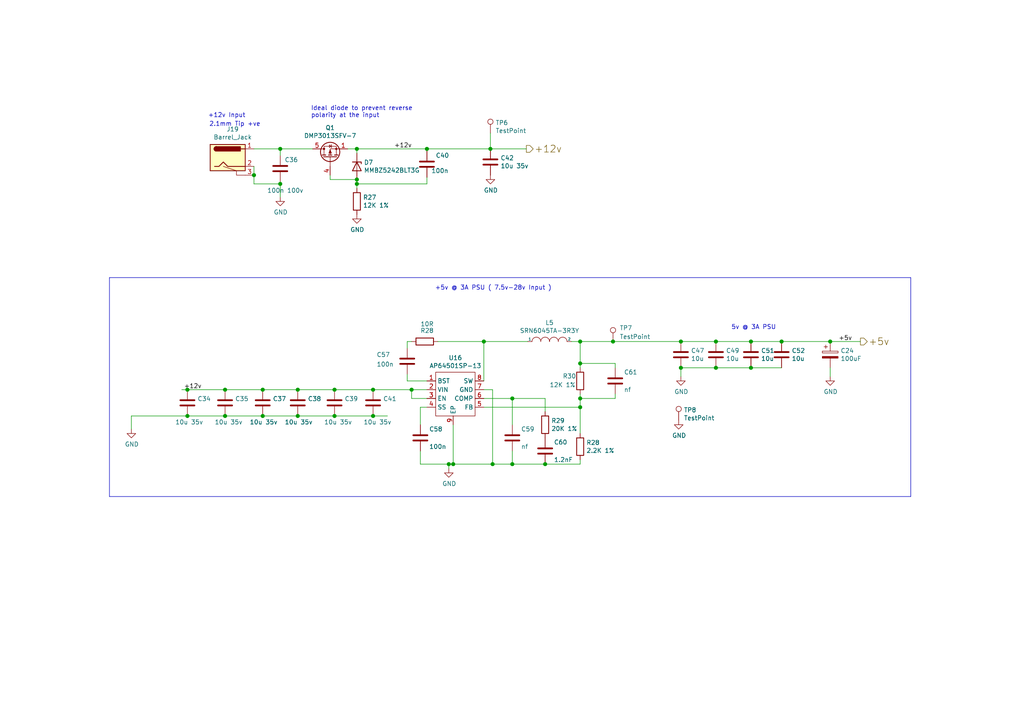
<source format=kicad_sch>
(kicad_sch (version 20250114) (generator "eeschema") (generator_version "9.0")
  (paper "A4")
  (lib_symbols
    (symbol "CM4IO:AP64351"
      (property "Reference" "U" (at 0 8.89 0))
      (property "Value" "AP64351" (at 1.27 6.35 0))
      (symbol "AP64351_0_1"
        (rectangle (start -5.08 5.08) (end 6.35 -7.62))
      )
      (symbol "AP64351_1_1"
        (pin passive line (at -7.62 2.54 0) (length 2.54) (name "BST") (number "1"))
        (pin power_in line (at -7.62 0 0) (length 2.54) (name "VIN") (number "2"))
        (pin input line (at -7.62 -2.54 0) (length 2.54) (name "EN") (number "3"))
        (pin input line (at -7.62 -5.08 0) (length 2.54) (name "SS") (number "4"))
        (pin passive line (at 0 -10.16 90) (length 2.54) (name "EP") (number "9"))
        (pin output line (at 8.89 2.54 180) (length 2.54) (name "SW") (number "8"))
        (pin power_in line (at 8.89 0 180) (length 2.54) (name "GND") (number "7"))
        (pin input line (at 8.89 -2.54 180) (length 2.54) (name "COMP") (number "6"))
        (pin input line (at 8.89 -5.08 180) (length 2.54) (name "FB") (number "5"))
      )
    )
    (symbol "CM4IO:Barrel_Jack"
      (property "Reference" "J" (at 0 5.334 0))
      (property "Value" "Barrel_Jack" (at 0 -5.08 0))
      (symbol "Barrel_Jack_0_1"
        (rectangle (start -5.08 3.81) (end 5.08 -3.81) (stroke (width 0.254)) (fill (type background)))
        (polyline (pts (xy -3.81 -2.54) (xy -2.54 -2.54) (xy -1.27 -1.27) (xy 0 -2.54) (xy 2.54 -2.54) (xy 5.08 -2.54)) (stroke (width 0.254)))
        (arc (start -3.302 1.905) (mid -3.937 2.54) (end -3.302 3.175) (stroke (width 0.254)))
        (arc (start -3.302 1.905) (mid -3.937 2.54) (end -3.302 3.175) (stroke (width 0.254)) (fill (type outline)))
        (rectangle (start 3.683 3.175) (end -3.302 1.905) (stroke (width 0.254)) (fill (type outline)))
        (polyline (pts (xy 5.08 2.54) (xy 3.81 2.54)) (stroke (width 0.254)))
        (polyline (pts (xy 5.08 -5.08) (xy 2.54 -5.08) (xy 2.54 -3.81) (xy -1.27 -2.54)))
      )
      (symbol "Barrel_Jack_1_1"
        (pin passive line (at 7.62 2.54 180) (length 2.54) (name "~") (number "1"))
        (pin passive line (at 7.62 -2.54 180) (length 2.54) (name "~") (number "2"))
        (pin passive line (at 7.62 -5.08 180) (length 2.54) (name "~") (number "3"))
      )
    )
    (symbol "Connector:TestPoint" (pin_numbers (hide yes)) (pin_names (offset 0.762) (hide yes))
      (property "Reference" "TP" (at 0 6.858 0))
      (property "Value" "TestPoint" (at 0 5.08 0))
      (symbol "TestPoint_0_1"
        (circle (center 0 3.302) (radius 0.762))
      )
      (symbol "TestPoint_1_1"
        (pin passive line (at 0 0 90) (length 2.54) (name "1") (number "1"))
      )
    )
    (symbol "Device:C" (pin_numbers (hide yes)) (pin_names (offset 0.254))
      (property "Reference" "C" (at 0.635 2.54 0))
      (property "Value" "C" (at 0.635 -2.54 0))
      (symbol "C_0_1"
        (polyline (pts (xy -2.032 0.762) (xy 2.032 0.762)) (stroke (width 0.508)))
        (polyline (pts (xy -2.032 -0.762) (xy 2.032 -0.762)) (stroke (width 0.508)))
      )
      (symbol "C_1_1"
        (pin passive line (at 0 3.81 270) (length 2.794) (name "~") (number "1"))
        (pin passive line (at 0 -3.81 90) (length 2.794) (name "~") (number "2"))
      )
    )
    (symbol "Device:CP" (pin_numbers (hide yes)) (pin_names (offset 0.254))
      (property "Reference" "C" (at 0.635 2.54 0))
      (property "Value" "CP" (at 0.635 -2.54 0))
      (symbol "CP_0_1"
        (rectangle (start -2.286 0.508) (end 2.286 1.016))
        (polyline (pts (xy -1.778 2.286) (xy -0.762 2.286)))
        (polyline (pts (xy -1.27 2.794) (xy -1.27 1.778)))
        (rectangle (start 2.286 -0.508) (end -2.286 -1.016) (fill (type outline)))
      )
      (symbol "CP_1_1"
        (pin passive line (at 0 3.81 270) (length 2.794) (name "~") (number "1"))
        (pin passive line (at 0 -3.81 90) (length 2.794) (name "~") (number "2"))
      )
    )
    (symbol "Device:R" (pin_numbers (hide yes)) (pin_names (offset 0))
      (property "Reference" "R" (at 2.032 0 90))
      (property "Value" "R" (at 0 0 90))
      (symbol "R_0_1"
        (rectangle (start -1.016 -2.54) (end 1.016 2.54) (stroke (width 0.254)))
      )
      (symbol "R_1_1"
        (pin passive line (at 0 3.81 270) (length 1.27) (name "~") (number "1"))
        (pin passive line (at 0 -3.81 90) (length 1.27) (name "~") (number "2"))
      )
    )
    (symbol "Diode:BZX84Cxx" (pin_numbers (hide yes)) (pin_names (hide yes))
      (property "Reference" "D" (at 0 2.54 0))
      (property "Value" "BZX84Cxx" (at 0 -2.54 0))
      (symbol "BZX84Cxx_0_1"
        (polyline (pts (xy -1.27 -1.27) (xy -1.27 1.27) (xy -0.762 1.27)) (stroke (width 0.254)))
        (polyline (pts (xy 1.27 0) (xy -1.27 0)))
        (polyline (pts (xy 1.27 -1.27) (xy 1.27 1.27) (xy -1.27 0) (xy 1.27 -1.27)) (stroke (width 0.254)))
      )
      (symbol "BZX84Cxx_1_1"
        (pin passive line (at -3.81 0 0) (length 2.54) (name "K") (number "1"))
        (pin passive line (at 3.81 0 180) (length 2.54) (name "A") (number "2"))
      )
    )
    (symbol "Transistor_FET:DMP3013SFV" (pin_names (hide yes))
      (property "Reference" "Q" (at 5.08 1.905 0))
      (property "Value" "DMP3013SFV" (at 5.08 0 0))
      (symbol "DMP3013SFV_0_1"
        (polyline (pts (xy 0.254 1.905) (xy 0.254 -1.905)) (stroke (width 0.254)))
        (polyline (pts (xy 0.254 0) (xy -2.54 0)))
        (polyline (pts (xy 0.762 2.286) (xy 0.762 1.27)) (stroke (width 0.254)))
        (polyline (pts (xy 0.762 1.778) (xy 3.302 1.778) (xy 3.302 -1.778) (xy 0.762 -1.778)))
        (polyline (pts (xy 0.762 0.508) (xy 0.762 -0.508)) (stroke (width 0.254)))
        (polyline (pts (xy 0.762 -1.27) (xy 0.762 -2.286)) (stroke (width 0.254)))
        (circle (center 1.651 0) (radius 2.794) (stroke (width 0.254)))
        (polyline (pts (xy 2.286 0) (xy 1.27 0.381) (xy 1.27 -0.381) (xy 2.286 0)) (fill (type outline)))
        (polyline (pts (xy 2.54 2.54) (xy 2.54 1.778)))
        (circle (center 2.54 1.778) (radius 0.254) (fill (type outline)))
        (circle (center 2.54 -1.778) (radius 0.254) (fill (type outline)))
        (polyline (pts (xy 2.54 -2.54) (xy 2.54 0) (xy 0.762 0)))
        (polyline (pts (xy 2.794 -0.508) (xy 2.921 -0.381) (xy 3.683 -0.381) (xy 3.81 -0.254)))
        (polyline (pts (xy 3.302 -0.381) (xy 2.921 0.254) (xy 3.683 0.254) (xy 3.302 -0.381)))
      )
      (symbol "DMP3013SFV_1_1"
        (pin passive line (at -5.08 0 0) (length 2.54) (name "G") (number "4"))
        (pin passive line (at 2.54 5.08 270) (length 2.54) (name "D") (number "5"))
        (pin passive line (at 2.54 -5.08 90) (length 2.54) (name "S") (number "1"))
        (pin passive line (at 2.54 -5.08 90) (length 2.54) (hide yes) (name "S") (number "2"))
        (pin passive line (at 2.54 -5.08 90) (length 2.54) (hide yes) (name "S") (number "3"))
      )
    )
    (symbol "power:GND" (power) (pin_names (offset 0))
      (property "Value" "GND" (at 0 -3.81 0))
      (symbol "GND_0_1"
        (polyline (pts (xy 0 0) (xy 0 -1.27) (xy 1.27 -1.27) (xy 0 -2.54) (xy -1.27 -1.27) (xy 0 -1.27)))
      )
      (symbol "GND_1_1"
        (pin power_in line (at 0 0 270) (length 0) (hide yes) (name "GND") (number "1"))
      )
    )
    (symbol "pspice:INDUCTOR" (pin_numbers (hide yes)) (pin_names (offset 0))
      (property "Reference" "L" (at 0 2.54 0))
      (property "Value" "INDUCTOR" (at 0 -1.27 0))
      (symbol "INDUCTOR_0_1"
        (arc (start -5.08 0) (mid -3.81 1.27) (end -2.54 0))
        (arc (start -2.54 0) (mid -1.27 1.27) (end 0 0))
        (arc (start 0 0) (mid 1.27 1.27) (end 2.54 0))
        (arc (start 2.54 0) (mid 3.81 1.27) (end 5.08 0))
      )
      (symbol "INDUCTOR_1_1"
        (pin input line (at -6.35 0 0) (length 1.27) (name "1") (number "1"))
        (pin input line (at 6.35 0 180) (length 1.27) (name "2") (number "2"))
      )
    )
  )
  (text "2.1mm Tip +ve" (at 75.565 36.83 0) (effects (font (size 1.27 1.27)) (justify right bottom)))
  (text "Ideal diode to prevent reverse\npolarity at the input" (at 90.17 34.29 0) (effects (font (size 1.27 1.27)) (justify left bottom)))
  (text "5v @ 3A PSU\n" (at 212.09 95.758 0) (effects (font (size 1.27 1.27)) (justify left bottom)))
  (text "+5v @ 3A PSU ( 7.5v-28v Input )" (at 160.02 84.328 0) (effects (font (size 1.27 1.27)) (justify right bottom)))
  (text "+12v Input" (at 60.325 34.29 0) (effects (font (size 1.27 1.27)) (justify left bottom)))
  (junction (at 86.36 120.65) (diameter 1.016))
  (junction (at 131.445 134.62) (diameter 1.016))
  (junction (at 142.24 43.18) (diameter 1.016))
  (junction (at 207.645 99.06) (diameter 1.016))
  (junction (at 148.59 115.57) (diameter 1.016))
  (junction (at 65.278 113.03) (diameter 1.016))
  (junction (at 76.2 120.65) (diameter 1.016))
  (junction (at 54.356 120.65) (diameter 1.016))
  (junction (at 197.485 99.06) (diameter 1.016))
  (junction (at 217.805 99.06) (diameter 1.016))
  (junction (at 240.792 99.06) (diameter 1.016))
  (junction (at 81.28 53.34) (diameter 1.016))
  (junction (at 197.485 106.68) (diameter 1.016))
  (junction (at 226.695 99.06) (diameter 1.016))
  (junction (at 177.8 99.06) (diameter 1.016))
  (junction (at 108.204 120.65) (diameter 1.016))
  (junction (at 168.275 115.57) (diameter 1.016))
  (junction (at 97.028 113.03) (diameter 1.016))
  (junction (at 65.278 120.65) (diameter 1.016))
  (junction (at 97.028 120.65) (diameter 1.016))
  (junction (at 207.645 106.68) (diameter 1.016))
  (junction (at 148.59 134.62) (diameter 1.016))
  (junction (at 130.175 134.62) (diameter 1.016))
  (junction (at 103.505 43.18) (diameter 1.016))
  (junction (at 54.356 113.03) (diameter 1.016))
  (junction (at 86.36 113.03) (diameter 1.016))
  (junction (at 123.825 43.18) (diameter 1.016))
  (junction (at 81.28 43.18) (diameter 1.016))
  (junction (at 142.875 134.62) (diameter 1.016))
  (junction (at 119.38 113.03) (diameter 1.016))
  (junction (at 73.66 50.8) (diameter 1.016))
  (junction (at 168.275 118.11) (diameter 1.016))
  (junction (at 140.335 99.06) (diameter 1.016))
  (junction (at 103.505 53.34) (diameter 1.016))
  (junction (at 168.275 99.06) (diameter 1.016))
  (junction (at 168.275 105.41) (diameter 1.016))
  (junction (at 158.115 134.62) (diameter 1.016))
  (junction (at 76.2 113.03) (diameter 1.016))
  (junction (at 108.204 113.03) (diameter 1.016))
  (junction (at 103.505 52.07) (diameter 1.016))
  (junction (at 217.805 106.68) (diameter 1.016))
  (wire (pts (xy 108.204 120.65) (xy 112.395 120.65)))
  (wire (pts (xy 158.115 134.62) (xy 168.275 134.62)))
  (wire (pts (xy 97.028 113.03) (xy 108.204 113.03)))
  (wire (pts (xy 123.825 118.11) (xy 121.92 118.11)))
  (wire (pts (xy 95.758 50.8) (xy 95.758 52.07)))
  (wire (pts (xy 207.645 106.68) (xy 197.485 106.68)))
  (wire (pts (xy 217.805 99.06) (xy 226.695 99.06)))
  (wire (pts (xy 123.825 53.34) (xy 123.825 51.435)))
  (wire (pts (xy 148.59 115.57) (xy 158.115 115.57)))
  (wire (pts (xy 95.758 52.07) (xy 103.505 52.07)))
  (wire (pts (xy 240.792 99.06) (xy 249.555 99.06)))
  (polyline (pts (xy 31.75 80.518) (xy 31.75 144.018)) (stroke (width 0) (type solid)))
  (wire (pts (xy 38.1 120.65) (xy 38.1 124.46)))
  (wire (pts (xy 148.59 130.81) (xy 148.59 134.62)))
  (wire (pts (xy 100.838 43.18) (xy 103.505 43.18)))
  (wire (pts (xy 226.695 106.68) (xy 217.805 106.68)))
  (wire (pts (xy 168.275 105.41) (xy 168.275 106.68)))
  (wire (pts (xy 168.275 114.3) (xy 168.275 115.57)))
  (wire (pts (xy 142.875 113.03) (xy 142.875 134.62)))
  (wire (pts (xy 119.38 113.03) (xy 123.825 113.03)))
  (wire (pts (xy 140.335 99.06) (xy 153.035 99.06)))
  (wire (pts (xy 131.445 123.19) (xy 131.445 134.62)))
  (wire (pts (xy 158.115 119.38) (xy 158.115 115.57)))
  (polyline (pts (xy 31.75 80.518) (xy 264.16 80.518)) (stroke (width 0) (type solid)))
  (wire (pts (xy 81.28 52.705) (xy 81.28 53.34)))
  (wire (pts (xy 148.59 115.57) (xy 148.59 123.19)))
  (wire (pts (xy 197.485 106.68) (xy 197.485 109.22)))
  (wire (pts (xy 119.38 115.57) (xy 123.825 115.57)))
  (wire (pts (xy 168.275 118.11) (xy 168.275 125.73)))
  (wire (pts (xy 103.505 53.34) (xy 123.825 53.34)))
  (wire (pts (xy 118.11 100.965) (xy 118.11 99.06)))
  (wire (pts (xy 118.11 108.585) (xy 118.11 110.49)))
  (wire (pts (xy 81.28 43.18) (xy 81.28 45.085)))
  (wire (pts (xy 140.335 99.06) (xy 140.335 110.49)))
  (wire (pts (xy 86.36 113.03) (xy 97.028 113.03)))
  (wire (pts (xy 86.36 120.65) (xy 97.028 120.65)))
  (wire (pts (xy 168.275 115.57) (xy 178.435 115.57)))
  (wire (pts (xy 142.24 38.608) (xy 142.24 43.18)))
  (wire (pts (xy 97.028 120.65) (xy 108.204 120.65)))
  (wire (pts (xy 54.356 120.65) (xy 65.278 120.65)))
  (wire (pts (xy 81.28 53.34) (xy 81.28 57.15)))
  (wire (pts (xy 148.59 134.62) (xy 158.115 134.62)))
  (wire (pts (xy 73.66 53.34) (xy 73.66 50.8)))
  (polyline (pts (xy 264.16 80.518) (xy 264.16 144.018)) (stroke (width 0) (type solid)))
  (wire (pts (xy 76.2 113.03) (xy 86.36 113.03)))
  (wire (pts (xy 177.8 99.06) (xy 197.485 99.06)))
  (wire (pts (xy 240.792 106.68) (xy 240.792 109.22)))
  (wire (pts (xy 118.11 110.49) (xy 123.825 110.49)))
  (wire (pts (xy 123.825 43.18) (xy 123.825 43.815)))
  (wire (pts (xy 131.445 134.62) (xy 142.875 134.62)))
  (wire (pts (xy 65.278 120.65) (xy 76.2 120.65)))
  (wire (pts (xy 103.505 52.07) (xy 103.505 53.34)))
  (polyline (pts (xy 264.16 144.018) (xy 31.75 144.018)) (stroke (width 0) (type solid)))
  (wire (pts (xy 52.705 113.03) (xy 54.356 113.03)))
  (wire (pts (xy 103.505 53.34) (xy 103.505 54.61)))
  (wire (pts (xy 178.435 105.41) (xy 178.435 106.68)))
  (wire (pts (xy 54.356 113.03) (xy 65.278 113.03)))
  (wire (pts (xy 140.335 113.03) (xy 142.875 113.03)))
  (wire (pts (xy 168.275 115.57) (xy 168.275 118.11)))
  (wire (pts (xy 142.24 43.18) (xy 152.654 43.18)))
  (wire (pts (xy 140.335 115.57) (xy 148.59 115.57)))
  (wire (pts (xy 108.204 113.03) (xy 119.38 113.03)))
  (wire (pts (xy 73.66 50.8) (xy 73.66 48.26)))
  (wire (pts (xy 207.645 99.06) (xy 217.805 99.06)))
  (wire (pts (xy 168.275 99.06) (xy 168.275 105.41)))
  (wire (pts (xy 130.175 134.62) (xy 131.445 134.62)))
  (wire (pts (xy 119.38 113.03) (xy 119.38 115.57)))
  (wire (pts (xy 65.278 113.03) (xy 76.2 113.03)))
  (wire (pts (xy 38.1 120.65) (xy 54.356 120.65)))
  (wire (pts (xy 168.275 105.41) (xy 178.435 105.41)))
  (wire (pts (xy 121.92 134.62) (xy 130.175 134.62)))
  (wire (pts (xy 165.735 99.06) (xy 168.275 99.06)))
  (wire (pts (xy 81.28 43.18) (xy 90.678 43.18)))
  (wire (pts (xy 121.92 130.81) (xy 121.92 134.62)))
  (wire (pts (xy 103.505 43.18) (xy 123.825 43.18)))
  (wire (pts (xy 142.875 134.62) (xy 148.59 134.62)))
  (wire (pts (xy 130.175 135.89) (xy 130.175 134.62)))
  (wire (pts (xy 226.695 99.06) (xy 240.792 99.06)))
  (wire (pts (xy 197.485 99.06) (xy 207.645 99.06)))
  (wire (pts (xy 178.435 115.57) (xy 178.435 114.3)))
  (wire (pts (xy 118.11 99.06) (xy 119.38 99.06)))
  (wire (pts (xy 217.805 106.68) (xy 207.645 106.68)))
  (wire (pts (xy 76.2 120.65) (xy 86.36 120.65)))
  (wire (pts (xy 168.275 134.62) (xy 168.275 133.35)))
  (wire (pts (xy 121.92 118.11) (xy 121.92 123.19)))
  (wire (pts (xy 123.825 43.18) (xy 142.24 43.18)))
  (wire (pts (xy 103.505 43.18) (xy 103.505 44.45)))
  (wire (pts (xy 140.335 118.11) (xy 168.275 118.11)))
  (wire (pts (xy 127 99.06) (xy 140.335 99.06)))
  (wire (pts (xy 73.66 43.18) (xy 81.28 43.18)))
  (wire (pts (xy 73.66 53.34) (xy 81.28 53.34)))
  (wire (pts (xy 168.275 99.06) (xy 177.8 99.06)))
  (label "+12v" (at 53.34 113.03 0))
  (label "+5v" (at 243.205 99.06 0))
  (label "+12v" (at 114.3 43.18 0))
  (hierarchical_label "+12v" (shape output) (at 152.654 43.18 0) (effects (font (size 2.0066 2.0066))))
  (hierarchical_label "+5v" (shape output) (at 249.555 99.06 0) (effects (font (size 2.0066 2.0066))))
  (symbol (lib_id "power:GND") (at 142.24 50.8 0) (unit 1)
    (property "Reference" "#PWR043" (effects (hide yes)))
    (property "Value" "GND" (at 142.367 55.1942 0))
  )
  (symbol (lib_id "Device:C") (at 197.485 102.87 0) (unit 1)
    (property "Reference" "C47" (at 200.406 101.7016 0) (effects (justify left)))
    (property "Value" "10u" (at 200.406 104.013 0) (effects (justify left)))
    (property "Footprint" "Capacitor_SMD:C_0805_2012Metric" (effects (hide yes)))
    (property "Datasheet" "https://search.murata.co.jp/Ceramy/image/img/A01X/G101/ENG/GRM21BR71A106KA73-01.pdf" (effects (hide yes)))
    (property "Field5" "490-14381-1-ND" (effects (hide yes)))
    (property "Field4" "Digikey" (effects (hide yes)))
    (property "Field6" "GRM21BR71A106KA73L" (effects (hide yes)))
    (property "Field7" "Murata" (effects (hide yes)))
    (property "Part Description" "	10uF 10% 10V Ceramic Capacitor X7R 0805 (2012 Metric)" (effects (hide yes)))
    (property "Field8" "111893011" (effects (hide yes)))
  )
  (symbol (lib_id "Device:C") (at 207.645 102.87 0) (unit 1)
    (property "Reference" "C49" (at 210.566 101.7016 0) (effects (justify left)))
    (property "Value" "10u" (at 210.566 104.013 0) (effects (justify left)))
    (property "Footprint" "Capacitor_SMD:C_0805_2012Metric" (effects (hide yes)))
    (property "Datasheet" "https://search.murata.co.jp/Ceramy/image/img/A01X/G101/ENG/GRM21BR71A106KA73-01.pdf" (effects (hide yes)))
    (property "Field5" "490-14381-1-ND" (effects (hide yes)))
    (property "Field4" "Digikey" (effects (hide yes)))
    (property "Field6" "GRM21BR71A106KA73L" (effects (hide yes)))
    (property "Field7" "Murata" (effects (hide yes)))
    (property "Part Description" "	10uF 10% 10V Ceramic Capacitor X7R 0805 (2012 Metric)" (effects (hide yes)))
    (property "Field8" "111893011" (effects (hide yes)))
  )
  (symbol (lib_id "Device:C") (at 217.805 102.87 0) (unit 1)
    (property "Reference" "C51" (at 220.726 101.7016 0) (effects (justify left)))
    (property "Value" "10u" (at 220.726 104.013 0) (effects (justify left)))
    (property "Footprint" "Capacitor_SMD:C_0805_2012Metric" (effects (hide yes)))
    (property "Datasheet" "https://search.murata.co.jp/Ceramy/image/img/A01X/G101/ENG/GRM21BR71A106KA73-01.pdf" (effects (hide yes)))
    (property "Field5" "490-14381-1-ND" (effects (hide yes)))
    (property "Field4" "Digikey" (effects (hide yes)))
    (property "Field6" "GRM21BR71A106KA73L" (effects (hide yes)))
    (property "Field7" "Murata" (effects (hide yes)))
    (property "Part Description" "	10uF 10% 10V Ceramic Capacitor X7R 0805 (2012 Metric)" (effects (hide yes)))
    (property "Field8" "111893011" (effects (hide yes)))
  )
  (symbol (lib_id "Device:C") (at 226.695 102.87 0) (unit 1)
    (property "Reference" "C52" (at 229.616 101.7016 0) (effects (justify left)))
    (property "Value" "10u" (at 229.616 104.013 0) (effects (justify left)))
    (property "Footprint" "Capacitor_SMD:C_0805_2012Metric" (effects (hide yes)))
    (property "Datasheet" "https://search.murata.co.jp/Ceramy/image/img/A01X/G101/ENG/GRM21BR71A106KA73-01.pdf" (effects (hide yes)))
    (property "Field5" "490-14381-1-ND" (effects (hide yes)))
    (property "Field4" "Digikey" (effects (hide yes)))
    (property "Field6" "GRM21BR71A106KA73L" (effects (hide yes)))
    (property "Field7" "Murata" (effects (hide yes)))
    (property "Part Description" "	10uF 10% 10V Ceramic Capacitor X7R 0805 (2012 Metric)" (effects (hide yes)))
    (property "Field8" "111893011" (effects (hide yes)))
  )
  (symbol (lib_id "Device:C") (at 81.28 48.895 0) (unit 1)
    (property "Reference" "C36" (at 82.55 46.355 0) (effects (justify left)))
    (property "Value" "100n 100v" (at 77.47 55.245 0) (effects (justify left)))
    (property "Footprint" "Capacitor_SMD:C_0402_1005Metric" (effects (hide yes)))
    (property "Datasheet" "https://psearch.en.murata.com/capacitor/product/GRM155R62A104KE14%23.pdf" (effects (hide yes)))
    (property "Field4" "Farnell" (effects (hide yes)))
    (property "Field5" "2611907" (effects (hide yes)))
    (property "Field6" "GRM155R62A104KE14D" (effects (hide yes)))
    (property "Field7" "Murata" (effects (hide yes)))
    (property "Part Description" "	0.1uF 10% 100V Ceramic Capacitor X5R 0402 (1005 Metric)" (effects (hide yes)))
  )
  (symbol (lib_id "CM4IO:Barrel_Jack") (at 66.04 45.72 0) (unit 1)
    (property "Reference" "J19" (at 67.4878 37.465 0))
    (property "Value" "Barrel_Jack" (at 67.4878 39.7764 0))
    (property "Footprint" "CM4IO:BarrelJack_Horizontal" (effects (hide yes)))
    (property "Datasheet" "https://www.toby.co.uk/uploads/publications/842.pdf" (effects (hide yes)))
    (property "Field4" "Toby" (effects (hide yes)))
    (property "Field5" "DC-001-A-2.1mm-R" (effects (hide yes)))
    (property "Part Description" "DC Power Connectors PCB 2.1MM" (effects (hide yes)))
    (property "Field6" "DC-001-A-2.1mm-R" (effects (hide yes)))
    (property "Field7" "Valcon" (effects (hide yes)))
  )
  (symbol (lib_id "Device:C") (at 123.825 47.625 0) (unit 1)
    (property "Reference" "C40" (at 126.365 45.085 0) (effects (justify left)))
    (property "Value" "100n" (at 125.095 49.53 0) (effects (justify left)))
    (property "Footprint" "Capacitor_SMD:C_0402_1005Metric" (effects (hide yes)))
    (property "Datasheet" "https://search.murata.co.jp/Ceramy/image/img/A01X/G101/ENG/GRM155R71C104KA88-01.pdf" (effects (hide yes)))
    (property "Field4" "Farnell" (effects (hide yes)))
    (property "Field5" "2611911" (effects (hide yes)))
    (property "Field6" "RM EMK105 B7104KV-F" (effects (hide yes)))
    (property "Field7" "TAIYO YUDEN EUROPE GMBH" (effects (hide yes)))
    (property "Part Description" "	0.1uF 10% 16V Ceramic Capacitor X7R 0402 (1005 Metric)" (effects (hide yes)))
    (property "Field8" "110091611" (effects (hide yes)))
  )
  (symbol (lib_id "power:GND") (at 197.485 109.22 0) (unit 1)
    (property "Reference" "#PWR0118" (effects (hide yes)))
    (property "Value" "GND" (at 197.612 113.6142 0))
  )
  (symbol (lib_id "Device:C") (at 118.11 104.775 0) (unit 1)
    (property "Reference" "C57" (at 109.22 102.87 0) (effects (justify left)))
    (property "Value" "100n" (at 109.22 105.664 0) (effects (justify left)))
    (property "Footprint" "Capacitor_SMD:C_0402_1005Metric" (effects (hide yes)))
    (property "Datasheet" "https://search.murata.co.jp/Ceramy/image/img/A01X/G101/ENG/GRM155R71C104KA88-01.pdf" (effects (hide yes)))
    (property "Field4" "Farnell" (effects (hide yes)))
    (property "Field5" "2611911" (effects (hide yes)))
    (property "Field6" "RM EMK105 B7104KV-F" (effects (hide yes)))
    (property "Field7" "TAIYO YUDEN EUROPE GMBH" (effects (hide yes)))
    (property "Part Description" "	0.1uF 10% 16V Ceramic Capacitor X7R 0402 (1005 Metric)" (effects (hide yes)))
    (property "Field8" "110091611" (effects (hide yes)))
  )
  (symbol (lib_id "Device:C") (at 178.435 110.49 0) (unit 1)
    (property "Reference" "C61" (at 180.975 107.95 0) (effects (justify left)))
    (property "Value" "nf" (at 180.975 113.03 0) (effects (justify left)))
    (property "Footprint" "Capacitor_SMD:C_0402_1005Metric" (effects (hide yes)))
    (property "Datasheet" "http://www.farnell.com/datasheets/2048267.pdf?_ga=2.222777691.1738794919.1588350964-1787849031.1568210898&_gac=1.250356018.1588350964.EAIaIQobChMIgrHHs4yT6QIVxevtCh39TA_nEAAYASAAEgK8PfD_BwE" (effects (hide yes)))
    (property "Field4" "Farnell" (effects (hide yes)))
    (property "Field5" "2666374" (effects (hide yes)))
    (property "Field6" "GRM1555C1H221JA01D" (effects (hide yes)))
    (property "Field7" "Murata" (effects (hide yes)))
    (property "Part Description" "220 pF, 50 V, 0402 [1005 Metric], ± 5%, C0G / NP0/CH, GCM Series" (effects (hide yes)))
  )
  (symbol (lib_id "pspice:INDUCTOR") (at 159.385 99.06 0) (unit 1)
    (property "Reference" "L5" (at 159.385 93.599 0))
    (property "Value" "SRN6045TA-3R3Y" (at 159.385 95.9104 0))
    (property "Footprint" "Inductor_SMD:L_Bourns_SRN6045TA" (effects (hide yes)))
    (property "Datasheet" "https://www.bourns.com/docs/Product-Datasheets/SRN6045TA.pdf" (effects (hide yes)))
    (property "Field4" "Farnell" (effects (hide yes)))
    (property "Field5" "2616889" (effects (hide yes)))
    (property "Field6" "SRN6045TA-3R3Y" (effects (hide yes)))
    (property "Field7" "Bourns" (effects (hide yes)))
    (property "Part Description" "3.3µH Semi-Shielded Wirewound Inductor 7.8A 21mOhm Nonstandard" (effects (hide yes)))
  )
  (symbol (lib_id "Device:C") (at 158.115 130.81 0) (unit 1)
    (property "Reference" "C60" (at 160.655 128.27 0) (effects (justify left)))
    (property "Value" "1.2nF" (at 160.655 133.35 0) (effects (justify left)))
    (property "Footprint" "Capacitor_SMD:C_0402_1005Metric" (effects (hide yes)))
    (property "Datasheet" "http://www.farnell.com/datasheets/2734135.pdf?_ga=2.259347658.1738794919.1588350964-1787849031.1568210898&_gac=1.15394434.1588350964.EAIaIQobChMIgrHHs4yT6QIVxevtCh39TA_nEAAYASAAEgK8PfD_BwE" (effects (hide yes)))
    (property "Field4" "Digikey" (effects (hide yes)))
    (property "Field5" "490-16429-1-ND" (effects (hide yes)))
    (property "Field6" "GCM155R71H122KA37D" (effects (hide yes)))
    (property "Field7" "Murata" (effects (hide yes)))
    (property "Part Description" "1200pF 10% 10V Ceramic Capacitor X5R 0402 (1005 Metric)" (effects (hide yes)))
  )
  (symbol (lib_id "Device:C") (at 148.59 127 0) (unit 1)
    (property "Reference" "C59" (at 151.13 124.46 0) (effects (justify left)))
    (property "Value" "nf" (at 151.13 129.54 0) (effects (justify left)))
    (property "Footprint" "Capacitor_SMD:C_0402_1005Metric" (effects (hide yes)))
  )
  (symbol (lib_id "CM4IO:AP64351") (at 131.445 113.03 0) (unit 1)
    (property "Reference" "U16" (at 132.08 103.7844 0))
    (property "Value" "AP64501SP-13" (at 132.08 106.0958 0))
    (property "Footprint" "Package_SO:SOIC-8-1EP_3.9x4.9mm_P1.27mm_EP2.95x4.9mm_Mask2.71x3.4mm_ThermalVias" (effects (hide yes)))
    (property "Datasheet" "https://www.diodes.com/assets/Datasheets/AP64501.pdf" (effects (hide yes)))
    (property "Field4" "Digikey" (effects (hide yes)))
    (property "Field5" "31-AP64501SP-13CT-ND" (effects (hide yes)))
    (property "Field6" "AP64501SP-13" (effects (hide yes)))
    (property "Field7" "Diodes" (effects (hide yes)))
    (property "Part Description" "Buck Switching Regulator IC Positive Adjustable 0.8V 1 Output 5A 8-SOIC (0.154\", 3.90mm Width) Exposed Pad" (effects (hide yes)))
  )
  (symbol (lib_id "Device:C") (at 121.92 127 0) (unit 1)
    (property "Reference" "C58" (at 124.46 124.46 0) (effects (justify left)))
    (property "Value" "100n" (at 124.46 129.54 0) (effects (justify left)))
    (property "Footprint" "Capacitor_SMD:C_0402_1005Metric" (effects (hide yes)))
    (property "Datasheet" "https://search.murata.co.jp/Ceramy/image/img/A01X/G101/ENG/GRM155R71C104KA88-01.pdf" (effects (hide yes)))
    (property "Field4" "Farnell" (effects (hide yes)))
    (property "Field5" "2611911" (effects (hide yes)))
    (property "Field6" "RM EMK105 B7104KV-F" (effects (hide yes)))
    (property "Field7" "TAIYO YUDEN EUROPE GMBH" (effects (hide yes)))
    (property "Part Description" "	0.1uF 10% 16V Ceramic Capacitor X7R 0402 (1005 Metric)" (effects (hide yes)))
    (property "Field8" "110091611" (effects (hide yes)))
  )
  (symbol (lib_id "power:GND") (at 130.175 135.89 0) (unit 1)
    (property "Reference" "#PWR0119" (effects (hide yes)))
    (property "Value" "GND" (at 130.302 140.2842 0))
  )
  (symbol (lib_id "Device:R") (at 168.275 129.54 0) (unit 1)
    (property "Reference" "R28" (at 170.053 128.3716 0) (effects (justify left)))
    (property "Value" "2.2K 1%" (at 170.053 130.683 0) (effects (justify left)))
    (property "Footprint" "Resistor_SMD:R_0402_1005Metric" (effects (hide yes)))
    (property "Datasheet" "https://fscdn.rohm.com/en/products/databook/datasheet/passive/resistor/chip_resistor/mcr-e.pdf" (effects (hide yes)))
    (property "Field4" "Farnell" (effects (hide yes)))
    (property "Field5" "9239278" (effects (hide yes)))
    (property "Field6" "RK73G1ETQTP2201D         " (effects (hide yes)))
    (property "Field7" "KOA EUROPE GMBH" (effects (hide yes)))
    (property "Part Description" "Resistor 2.2K M1005 1% 63mW" (effects (hide yes)))
    (property "Field8" "120889581" (effects (hide yes)))
  )
  (symbol (lib_id "power:GND") (at 38.1 124.46 0) (unit 1)
    (property "Reference" "#PWR0120" (effects (hide yes)))
    (property "Value" "GND" (at 38.227 128.8542 0))
  )
  (symbol (lib_id "power:GND") (at 196.85 121.92 0) (unit 1)
    (property "Reference" "#PWR0122" (effects (hide yes)))
    (property "Value" "GND" (at 196.977 126.3142 0))
  )
  (symbol (lib_id "Transistor_FET:DMP3013SFV") (at 95.758 45.72 90) (unit 1)
    (property "Reference" "Q1" (at 95.758 37.0586 90))
    (property "Value" "DMP3013SFV-7" (at 95.758 39.37 90))
    (property "Footprint" "Package_SON:Diodes_PowerDI3333-8" (effects (hide yes)))
    (property "Datasheet" "https://www.diodes.com/assets/Datasheets/DMP3013SFV.pdf" (effects (hide yes)))
    (property "Field4" "Farnell" (effects (hide yes)))
    (property "Field5" "3405192" (effects (hide yes)))
    (property "Field6" "DMP3013SFV-7" (effects (hide yes)))
    (property "Field7" "Diodes" (effects (hide yes)))
    (property "Part Description" "DMP3013SFV-7 -  Power MOSFET, P Channel, 30 V, 12 A, 0.008 ohm, PowerDI3333, Surface Mount" (effects (hide yes)))
  )
  (symbol (lib_id "Device:C") (at 108.204 116.84 0) (unit 1)
    (property "Reference" "C41" (at 111.125 115.6716 0) (effects (justify left)))
    (property "Value" "10u 35v" (at 105.41 122.428 0) (effects (justify left)))
    (property "Footprint" "Capacitor_SMD:C_0805_2012Metric" (effects (hide yes)))
    (property "Datasheet" "https://www.murata.com/en-global/products/productdetail.aspx?partno=GRM21BC8YA106ME11%23" (effects (hide yes)))
    (property "Field5" "490-10505-1-ND" (effects (hide yes)))
    (property "Field4" "Digikey" (effects (hide yes)))
    (property "Field6" "GRM21BC8YA106KE11L " (effects (hide yes)))
    (property "Field7" "Murata" (effects (hide yes)))
    (property "Part Description" "	10uF 10% or 20% 35V Ceramic Capacitor X6S 0805 (2012 Metric)" (effects (hide yes)))
  )
  (symbol (lib_id "Device:C") (at 97.028 116.84 0) (unit 1)
    (property "Reference" "C39" (at 99.949 115.6716 0) (effects (justify left)))
    (property "Value" "10u 35v" (at 93.98 122.428 0) (effects (justify left)))
    (property "Footprint" "Capacitor_SMD:C_0805_2012Metric" (effects (hide yes)))
    (property "Datasheet" "https://www.murata.com/en-global/products/productdetail.aspx?partno=GRM21BC8YA106ME11%23" (effects (hide yes)))
    (property "Field5" "490-10505-1-ND" (effects (hide yes)))
    (property "Field4" "Digikey" (effects (hide yes)))
    (property "Field6" "GRM21BC8YA106KE11L " (effects (hide yes)))
    (property "Field7" "Murata" (effects (hide yes)))
    (property "Part Description" "	10uF 10% or 20% 35V Ceramic Capacitor X6S 0805 (2012 Metric)" (effects (hide yes)))
  )
  (symbol (lib_id "Device:C") (at 86.36 116.84 0) (unit 1)
    (property "Reference" "C38" (at 89.281 115.6716 0) (effects (justify left)))
    (property "Value" "10u 35v" (at 82.55 122.428 0) (effects (justify left)))
    (property "Footprint" "Capacitor_SMD:C_0805_2012Metric" (effects (hide yes)))
    (property "Datasheet" "https://www.murata.com/en-global/products/productdetail.aspx?partno=GRM21BC8YA106ME11%23" (effects (hide yes)))
    (property "Field5" "490-10505-1-ND" (effects (hide yes)))
    (property "Field4" "Digikey" (effects (hide yes)))
    (property "Field6" "GRM21BC8YA106KE11L " (effects (hide yes)))
    (property "Field7" "Murata" (effects (hide yes)))
    (property "Part Description" "	10uF 10% or 20% 35V Ceramic Capacitor X6S 0805 (2012 Metric)" (effects (hide yes)))
  )
  (symbol (lib_id "Device:C") (at 76.2 116.84 0) (unit 1)
    (property "Reference" "C37" (at 79.121 115.6716 0) (effects (justify left)))
    (property "Value" "10u 35v" (at 72.39 122.428 0) (effects (justify left)))
    (property "Footprint" "Capacitor_SMD:C_0805_2012Metric" (effects (hide yes)))
    (property "Datasheet" "https://www.murata.com/en-global/products/productdetail.aspx?partno=GRM21BC8YA106ME11%23" (effects (hide yes)))
    (property "Field5" "490-10505-1-ND" (effects (hide yes)))
    (property "Field4" "Digikey" (effects (hide yes)))
    (property "Field6" "GRM21BC8YA106KE11L " (effects (hide yes)))
    (property "Field7" "Murata" (effects (hide yes)))
    (property "Part Description" "	10uF 10% or 20% 35V Ceramic Capacitor X6S 0805 (2012 Metric)" (effects (hide yes)))
  )
  (symbol (lib_id "Device:C") (at 65.278 116.84 0) (unit 1)
    (property "Reference" "C35" (at 68.199 115.6716 0) (effects (justify left)))
    (property "Value" "10u 35v" (at 62.23 122.428 0) (effects (justify left)))
    (property "Footprint" "Capacitor_SMD:C_0805_2012Metric" (effects (hide yes)))
    (property "Datasheet" "https://www.murata.com/en-global/products/productdetail.aspx?partno=GRM21BC8YA106ME11%23" (effects (hide yes)))
    (property "Field5" "490-10505-1-ND" (effects (hide yes)))
    (property "Field4" "Digikey" (effects (hide yes)))
    (property "Field6" "GRM21BC8YA106KE11L " (effects (hide yes)))
    (property "Field7" "Murata" (effects (hide yes)))
    (property "Part Description" "	10uF 10% or 20% 35V Ceramic Capacitor X6S 0805 (2012 Metric)" (effects (hide yes)))
  )
  (symbol (lib_id "Device:C") (at 54.356 116.84 0) (unit 1)
    (property "Reference" "C34" (at 57.277 115.6716 0) (effects (justify left)))
    (property "Value" "10u 35v" (at 50.8 122.428 0) (effects (justify left)))
    (property "Footprint" "Capacitor_SMD:C_0805_2012Metric" (effects (hide yes)))
    (property "Datasheet" "https://www.murata.com/en-global/products/productdetail.aspx?partno=GRM21BC8YA106ME11%23" (effects (hide yes)))
    (property "Field5" "490-10505-1-ND" (effects (hide yes)))
    (property "Field4" "Digikey" (effects (hide yes)))
    (property "Field6" "GRM21BC8YA106KE11L " (effects (hide yes)))
    (property "Field7" "Murata" (effects (hide yes)))
    (property "Part Description" "	10uF 10% or 20% 35V Ceramic Capacitor X6S 0805 (2012 Metric)" (effects (hide yes)))
  )
  (symbol (lib_id "Device:C") (at 142.24 46.99 0) (unit 1)
    (property "Reference" "C42" (at 145.161 45.8216 0) (effects (justify left)))
    (property "Value" "10u 35v" (at 145.161 48.133 0) (effects (justify left)))
    (property "Footprint" "Capacitor_SMD:C_0805_2012Metric" (effects (hide yes)))
    (property "Datasheet" "https://www.murata.com/en-global/products/productdetail.aspx?partno=GRM21BC8YA106ME11%23" (effects (hide yes)))
    (property "Field5" "490-10505-1-ND" (effects (hide yes)))
    (property "Field4" "Digikey" (effects (hide yes)))
    (property "Field6" "GRM21BC8YA106KE11L " (effects (hide yes)))
    (property "Field7" "Murata" (effects (hide yes)))
    (property "Part Description" "	10uF 10% or 20% 35V Ceramic Capacitor X6S 0805 (2012 Metric)" (effects (hide yes)))
  )
  (symbol (lib_id "power:GND") (at 103.505 62.23 0) (unit 1)
    (property "Reference" "#PWR044" (effects (hide yes)))
    (property "Value" "GND" (at 103.632 66.6242 0))
  )
  (symbol (lib_id "Device:R") (at 158.115 123.19 0) (unit 1)
    (property "Reference" "R29" (at 159.893 122.0216 0) (effects (justify left)))
    (property "Value" "20K 1%" (at 159.893 124.333 0) (effects (justify left)))
    (property "Footprint" "Resistor_SMD:R_0402_1005Metric" (effects (hide yes)))
    (property "Datasheet" "https://fscdn.rohm.com/en/products/databook/datasheet/passive/resistor/chip_resistor/mcr-e.pdf" (effects (hide yes)))
    (property "Field4" "Farnell" (effects (hide yes)))
    (property "Field5" "2331485" (effects (hide yes)))
    (property "Field7" "KOA EUROPE GMBH" (effects (hide yes)))
    (property "Field6" "RK73H1ETTP2002F" (effects (hide yes)))
    (property "Part Description" "Resistor 20K M1005 1% 63mW" (effects (hide yes)))
  )
  (symbol (lib_id "Device:R") (at 103.505 58.42 0) (unit 1)
    (property "Reference" "R27" (at 105.283 57.2516 0) (effects (justify left)))
    (property "Value" "12K 1%" (at 105.283 59.563 0) (effects (justify left)))
    (property "Footprint" "Resistor_SMD:R_0402_1005Metric" (effects (hide yes)))
    (property "Datasheet" "https://fscdn.rohm.com/en/products/databook/datasheet/passive/resistor/chip_resistor/mcr-e.pdf" (effects (hide yes)))
    (property "Field4" "Farnell" (effects (hide yes)))
    (property "Field5" "9239367" (effects (hide yes)))
    (property "Field7" "Rohm" (effects (hide yes)))
    (property "Field6" "MCR01MZPF1202" (effects (hide yes)))
    (property "Part Description" "Resistor 12K M1005 1% 63mW" (effects (hide yes)))
  )
  (symbol (lib_id "Connector:TestPoint") (at 177.8 99.06 0) (unit 1)
    (property "Reference" "TP7" (at 179.705 95.123 0) (effects (justify left)))
    (property "Value" "TestPoint" (at 179.705 97.663 0) (effects (justify left)))
    (property "Footprint" "TestPoint:TestPoint_Pad_2.0x2.0mm" (effects (hide yes)))
    (property "Field4" "nf" (effects (hide yes)))
    (property "Field5" "nf" (effects (hide yes)))
    (property "Field6" "nf" (effects (hide yes)))
    (property "Field7" "nf" (effects (hide yes)))
  )
  (symbol (lib_id "Device:R") (at 123.19 99.06 270) (unit 1)
    (property "Reference" "R28" (at 121.92 95.885 90) (effects (justify left)))
    (property "Value" "10R" (at 121.92 93.98 90) (effects (justify left)))
    (property "Footprint" "Resistor_SMD:R_0402_1005Metric" (effects (hide yes)))
    (property "Datasheet" "https://fscdn.rohm.com/en/products/databook/datasheet/passive/resistor/chip_resistor/mcr-e.pdf" (effects (hide yes)))
    (property "Field4" "Farnell" (effects (hide yes)))
    (property "Field5" "9238999" (effects (hide yes)))
    (property "Field7" "Yageo" (effects (hide yes)))
    (property "Field6" "RC0402FR-0710RL" (effects (hide yes)))
    (property "Field8" "URES00256" (effects (hide yes)))
    (property "Part Description" "Resistor 10R M1005 1% 63mW" (effects (hide yes)))
  )
  (symbol (lib_id "power:GND") (at 81.28 57.15 0) (unit 1)
    (property "Reference" "#PWR043" (effects (hide yes)))
    (property "Value" "GND" (at 81.407 61.5442 0))
  )
  (symbol (lib_id "Connector:TestPoint") (at 196.85 121.92 0) (unit 1)
    (property "Reference" "TP8" (at 198.3232 118.9228 0) (effects (justify left)))
    (property "Value" "TestPoint" (at 198.3232 121.2342 0) (effects (justify left)))
    (property "Footprint" "TestPoint:TestPoint_Pad_2.0x2.0mm" (effects (hide yes)))
    (property "Field4" "nf" (effects (hide yes)))
    (property "Field5" "nf" (effects (hide yes)))
    (property "Field6" "nf" (effects (hide yes)))
    (property "Field7" "nf" (effects (hide yes)))
  )
  (symbol (lib_id "Device:R") (at 168.275 110.49 0) (unit 1)
    (property "Reference" "R30" (at 163.195 109.093 0) (effects (justify left)))
    (property "Value" "12K 1%" (at 159.385 111.633 0) (effects (justify left)))
    (property "Footprint" "Resistor_SMD:R_0402_1005Metric" (effects (hide yes)))
    (property "Datasheet" "https://fscdn.rohm.com/en/products/databook/datasheet/passive/resistor/chip_resistor/mcr-e.pdf" (effects (hide yes)))
    (property "Field4" "Farnell" (effects (hide yes)))
    (property "Field5" "9239367" (effects (hide yes)))
    (property "Field7" "Rohm" (effects (hide yes)))
    (property "Field6" "MCR01MZPF1202" (effects (hide yes)))
    (property "Part Description" "Resistor 12K M1005 1% 63mW" (effects (hide yes)))
  )
  (symbol (lib_id "Diode:BZX84Cxx") (at 103.505 48.26 270) (unit 1)
    (property "Reference" "D7" (at 105.537 47.117 90) (effects (justify left)))
    (property "Value" "MMBZ5242BLT3G" (at 105.537 49.403 90) (effects (justify left)))
    (property "Footprint" "Diode_SMD:D_SOT-23_ANK" (effects (hide yes)))
    (property "Datasheet" "https://diotec.com/tl_files/diotec/files/pdf/datasheets/bzx84c2v4.pdf" (effects (hide yes)))
    (property "Field4" "Digikey" (effects (hide yes)))
    (property "Field5" "	MMBZ5242BLT3GOSCT-ND" (effects (hide yes)))
    (property "Field6" "MMBZ5242BLT3G" (effects (hide yes)))
    (property "Field7" "Onsemi" (effects (hide yes)))
    (property "Part Description" "	Zener Diode 12V 225mW 5% Surface Mount SOT-23-3 (TO-236)" (effects (hide yes)))
  )
  (symbol (lib_id "Device:CP") (at 240.792 102.87 0) (unit 1)
    (property "Reference" "C24" (at 243.7892 101.727 0) (effects (justify left)))
    (property "Value" "100uF" (at 243.7892 104.013 0) (effects (justify left)))
    (property "Footprint" "Capacitor_Tantalum_SMD:CP_EIA-7343-31_Kemet-D" (effects (hide yes)))
    (property "Field4" "Mouser" (effects (hide yes)))
    (property "Field5" "667-EEF-CX0J101R" (effects (hide yes)))
    (property "Part Description" "Capacitor, SP-Cap, 100u, 6.3V, 15mR ESR" (effects (hide yes)))
  )
  (symbol (lib_id "Connector:TestPoint") (at 142.24 38.608 0) (unit 1)
    (property "Reference" "TP6" (at 143.7132 35.6108 0) (effects (justify left)))
    (property "Value" "TestPoint" (at 143.7132 37.9222 0) (effects (justify left)))
    (property "Footprint" "TestPoint:TestPoint_Pad_2.0x2.0mm" (effects (hide yes)))
    (property "Field4" "nf" (effects (hide yes)))
    (property "Field5" "nf" (effects (hide yes)))
    (property "Field6" "nf" (effects (hide yes)))
    (property "Field7" "nf" (effects (hide yes)))
  )
  (symbol (lib_id "power:GND") (at 240.792 109.22 0) (unit 1)
    (property "Reference" "#PWR045" (effects (hide yes)))
    (property "Value" "GND" (at 240.919 113.6142 0))
  )
)
</source>
